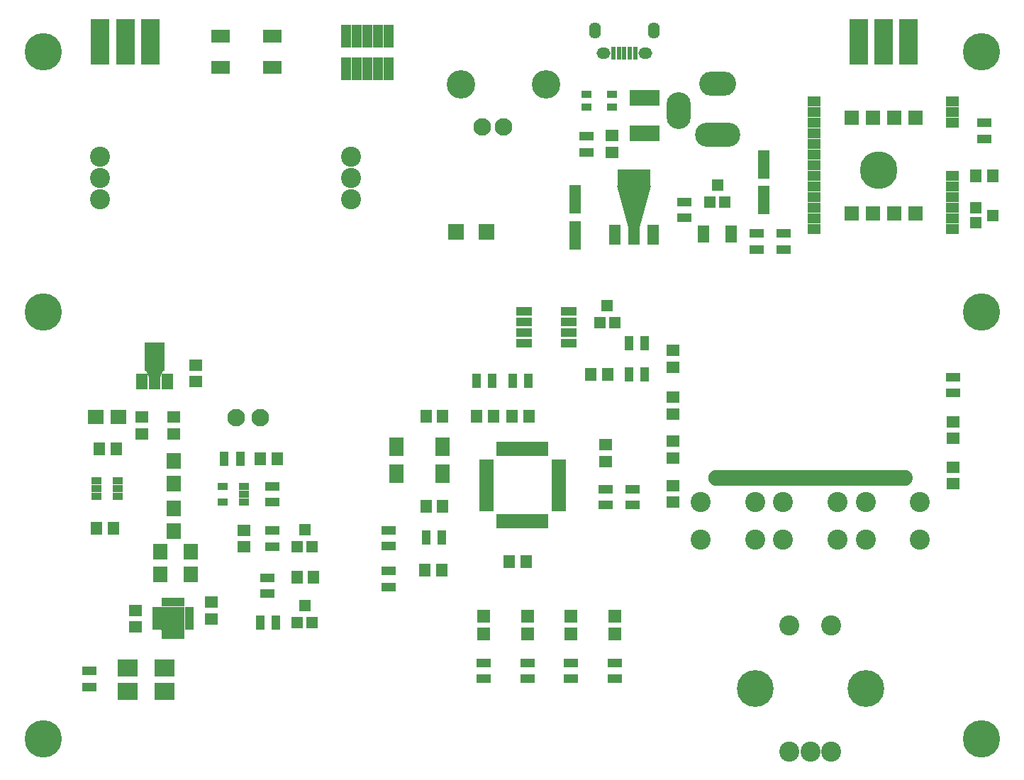
<source format=gts>
G04 #@! TF.FileFunction,Soldermask,Top*
%FSLAX46Y46*%
G04 Gerber Fmt 4.6, Leading zero omitted, Abs format (unit mm)*
G04 Created by KiCad (PCBNEW 0.201512080931+6353~38~ubuntu14.04.1-stable) date Mon 28 Dec 2015 07:06:20 PM PST*
%MOMM*%
G01*
G04 APERTURE LIST*
%ADD10C,0.100000*%
%ADD11C,4.464000*%
%ADD12R,1.650000X1.400000*%
%ADD13R,1.400000X1.650000*%
%ADD14R,1.400000X3.400000*%
%ADD15R,1.400000X2.000000*%
%ADD16R,1.160000X2.800000*%
%ADD17R,2.200000X5.480000*%
%ADD18C,0.700000*%
%ADD19O,4.400000X2.900000*%
%ADD20O,5.400000X2.900000*%
%ADD21O,2.900000X4.400000*%
%ADD22R,1.100000X1.700000*%
%ADD23C,2.400000*%
%ADD24R,1.901140X1.901140*%
%ADD25R,1.314400X1.314400*%
%ADD26R,1.400760X1.901140*%
%ADD27R,2.398980X3.399740*%
%ADD28R,1.700000X1.100000*%
%ADD29C,4.400000*%
%ADD30R,2.200000X1.500000*%
%ADD31R,1.950000X1.000000*%
%ADD32R,1.600000X1.300000*%
%ADD33R,1.670000X1.670000*%
%ADD34C,4.500000*%
%ADD35R,4.000000X2.400000*%
%ADD36R,1.400000X2.400000*%
%ADD37R,2.400000X2.100000*%
%ADD38R,1.162000X0.908000*%
%ADD39R,1.300000X0.900000*%
%ADD40R,1.700000X2.300000*%
%ADD41C,3.399740*%
%ADD42C,2.100000*%
%ADD43R,1.700000X0.650000*%
%ADD44R,0.650000X1.700000*%
%ADD45R,1.600000X1.600000*%
%ADD46R,3.600000X1.900000*%
%ADD47O,24.400000X1.900000*%
%ADD48R,0.600000X1.550000*%
%ADD49O,1.650000X1.350000*%
%ADD50O,1.400000X1.950000*%
%ADD51R,1.700000X1.900000*%
%ADD52R,1.900000X1.700000*%
%ADD53R,0.700000X1.130000*%
%ADD54R,1.130000X0.700000*%
%ADD55R,1.650000X1.650000*%
%ADD56C,1.200000*%
G04 APERTURE END LIST*
D10*
D11*
X84000000Y-85000000D03*
X196000000Y-85000000D03*
X84000000Y-136000000D03*
X196000000Y-136000000D03*
X196000000Y-54000000D03*
X84000000Y-54000000D03*
D12*
X151950000Y-65950000D03*
X151950000Y-63950000D03*
D13*
X131600000Y-115850000D03*
X129600000Y-115850000D03*
X129700000Y-97500000D03*
X131700000Y-97500000D03*
X129700000Y-108200000D03*
X131700000Y-108200000D03*
X137750000Y-97500000D03*
X135750000Y-97500000D03*
X140000000Y-97500000D03*
X142000000Y-97500000D03*
X139650000Y-114800000D03*
X141650000Y-114800000D03*
D12*
X151200000Y-102900000D03*
X151200000Y-100900000D03*
X159200000Y-97200000D03*
X159200000Y-95200000D03*
X159200000Y-91650000D03*
X159200000Y-89650000D03*
X159200000Y-100450000D03*
X159200000Y-102450000D03*
D13*
X197350000Y-68800000D03*
X195350000Y-68800000D03*
D12*
X159200000Y-105750000D03*
X159200000Y-107750000D03*
X192650000Y-103550000D03*
X192650000Y-105550000D03*
X192650000Y-98150000D03*
X192650000Y-100150000D03*
D13*
X149400000Y-92450000D03*
X151400000Y-92450000D03*
D14*
X170050000Y-71700000D03*
X170050000Y-67400000D03*
X147500000Y-75900000D03*
X147500000Y-71600000D03*
D12*
X95000000Y-122650000D03*
X95000000Y-120650000D03*
X104050000Y-119700000D03*
X104050000Y-121700000D03*
D13*
X116300000Y-116700000D03*
X114300000Y-116700000D03*
D12*
X107950000Y-111100000D03*
X107950000Y-113100000D03*
X95800000Y-97600000D03*
X95800000Y-99600000D03*
D13*
X109950000Y-102600000D03*
X111950000Y-102600000D03*
X90700000Y-101400000D03*
X92700000Y-101400000D03*
D12*
X99600000Y-97600000D03*
X99600000Y-99600000D03*
D13*
X90400000Y-110900000D03*
X92400000Y-110900000D03*
D12*
X102250000Y-91350000D03*
X102250000Y-93350000D03*
D15*
X162850000Y-75750000D03*
X166150000Y-75750000D03*
D16*
X120140000Y-56000000D03*
X120140000Y-52100000D03*
X121410000Y-56000000D03*
X121410000Y-52100000D03*
X122680000Y-56000000D03*
X122680000Y-52100000D03*
X123950000Y-56000000D03*
X123950000Y-52100000D03*
X125220000Y-56000000D03*
X125220000Y-52100000D03*
D17*
X184350000Y-52750000D03*
X187350000Y-52750000D03*
D18*
X181350000Y-50710000D03*
X181350000Y-54710000D03*
X181850000Y-53710000D03*
X180850000Y-53710000D03*
X181350000Y-52710000D03*
X181850000Y-51710000D03*
X180850000Y-51710000D03*
X187350000Y-50710000D03*
X187350000Y-54710000D03*
X187850000Y-53710000D03*
X186850000Y-53710000D03*
X187350000Y-52710000D03*
X187850000Y-51710000D03*
X186850000Y-51710000D03*
D17*
X181350000Y-52750000D03*
D19*
X164500000Y-57800000D03*
D20*
X164500000Y-63900000D03*
D21*
X159900000Y-61000000D03*
D17*
X93800000Y-52740000D03*
X96800000Y-52740000D03*
D18*
X90800000Y-50700000D03*
X90800000Y-54700000D03*
X91300000Y-53700000D03*
X90300000Y-53700000D03*
X90800000Y-52700000D03*
X91300000Y-51700000D03*
X90300000Y-51700000D03*
X96800000Y-50700000D03*
X96800000Y-54700000D03*
X97300000Y-53700000D03*
X96300000Y-53700000D03*
X96800000Y-52700000D03*
X97300000Y-51700000D03*
X96300000Y-51700000D03*
D17*
X90800000Y-52740000D03*
D22*
X129700000Y-112000000D03*
X131600000Y-112000000D03*
D23*
X90800000Y-69050000D03*
X120800000Y-69050000D03*
X90800000Y-66510000D03*
X90800000Y-71590000D03*
X120800000Y-66510000D03*
X120800000Y-71590000D03*
D24*
X133300000Y-75450000D03*
X136900000Y-75450000D03*
D25*
X152239000Y-86266000D03*
X150461000Y-86266000D03*
X151350000Y-84234000D03*
X165389000Y-71916000D03*
X163611000Y-71916000D03*
X164500000Y-69884000D03*
X116150000Y-122100000D03*
X114372000Y-122100000D03*
X115261000Y-120068000D03*
X116139000Y-113100000D03*
X114361000Y-113100000D03*
X115250000Y-111068000D03*
D26*
X95798860Y-93351480D03*
X97300000Y-93351480D03*
X98801140Y-93351480D03*
D27*
X97300000Y-90400000D03*
D10*
G36*
X98500760Y-91674470D02*
X98000380Y-92823770D01*
X96599620Y-92823770D01*
X96099240Y-91674470D01*
X98500760Y-91674470D01*
X98500760Y-91674470D01*
G37*
D28*
X136600000Y-126950000D03*
X136600000Y-128850000D03*
X141850000Y-126950000D03*
X141850000Y-128850000D03*
X148850000Y-65950000D03*
X148850000Y-64050000D03*
X147050000Y-128850000D03*
X147050000Y-126950000D03*
X125250000Y-111100000D03*
X125250000Y-113000000D03*
X125250000Y-115950000D03*
X125250000Y-117850000D03*
D22*
X137650000Y-93250000D03*
X135750000Y-93250000D03*
X141950000Y-93250000D03*
X140050000Y-93250000D03*
D28*
X151200000Y-106200000D03*
X151200000Y-108100000D03*
X154350000Y-106200000D03*
X154350000Y-108100000D03*
X196350000Y-64350000D03*
X196350000Y-62450000D03*
X192650000Y-92800000D03*
X192650000Y-94700000D03*
X172450000Y-77550000D03*
X172450000Y-75650000D03*
X169200000Y-77550000D03*
X169200000Y-75650000D03*
D22*
X155850000Y-88800000D03*
X153950000Y-88800000D03*
X153950000Y-92450000D03*
X155850000Y-92450000D03*
D28*
X160550000Y-71900000D03*
X160550000Y-73800000D03*
X152250000Y-126950000D03*
X152250000Y-128850000D03*
X89550000Y-127900000D03*
X89550000Y-129800000D03*
D22*
X111800000Y-122100000D03*
X109900000Y-122100000D03*
D28*
X110750000Y-116750000D03*
X110750000Y-118650000D03*
X111350000Y-111150000D03*
X111350000Y-113050000D03*
X111350000Y-105850000D03*
X111350000Y-107750000D03*
D22*
X105650000Y-102600000D03*
X107550000Y-102600000D03*
D23*
X173100000Y-137500000D03*
X175600000Y-137500000D03*
X178100000Y-137500000D03*
X178100000Y-122500000D03*
X173100000Y-122500000D03*
D29*
X182200000Y-130000000D03*
X169000000Y-130000000D03*
D30*
X105150000Y-52100000D03*
X111350000Y-52100000D03*
X105150000Y-55800000D03*
X111350000Y-55800000D03*
D31*
X141400000Y-84995000D03*
X141400000Y-86265000D03*
X141400000Y-87535000D03*
X141400000Y-88805000D03*
X146800000Y-88805000D03*
X146800000Y-87535000D03*
X146800000Y-86265000D03*
X146800000Y-84995000D03*
D25*
X195334000Y-74389000D03*
X195334000Y-72611000D03*
X197366000Y-73500000D03*
D32*
X192595000Y-75135000D03*
X192595000Y-73865000D03*
X192595000Y-72595000D03*
X192595000Y-71325000D03*
X192595000Y-70055000D03*
X192595000Y-68785000D03*
X192595000Y-62435000D03*
X192595000Y-61165000D03*
X192595000Y-59895000D03*
X176085000Y-59895000D03*
X176085000Y-61165000D03*
X176085000Y-62435000D03*
X176085000Y-63705000D03*
X176085000Y-64975000D03*
X176085000Y-66245000D03*
X176085000Y-67515000D03*
X176085000Y-68785000D03*
X176085000Y-70055000D03*
X176085000Y-71325000D03*
X176085000Y-72595000D03*
X176085000Y-73865000D03*
X176085000Y-75135000D03*
D33*
X188150000Y-73230000D03*
X185610000Y-73230000D03*
X183070000Y-73230000D03*
X180530000Y-73230000D03*
X180530000Y-61800000D03*
X183070000Y-61800000D03*
X185610000Y-61800000D03*
X188150000Y-61800000D03*
D34*
X183735000Y-68145000D03*
D35*
X154550000Y-69200000D03*
D36*
X154550000Y-75800000D03*
X156850000Y-75800000D03*
X152250000Y-75800000D03*
D10*
G36*
X153850000Y-75000000D02*
X152550000Y-70000000D01*
X156550000Y-70000000D01*
X155250000Y-75000000D01*
X153850000Y-75000000D01*
X153850000Y-75000000D01*
G37*
D37*
X94100000Y-130300000D03*
X98500000Y-130300000D03*
X98500000Y-127500000D03*
X94100000Y-127500000D03*
D38*
X107950000Y-107755000D03*
X107950000Y-105850000D03*
X105410000Y-107755000D03*
X107950000Y-106802500D03*
X105410000Y-105850000D03*
D39*
X148850000Y-59050000D03*
X148850000Y-60550000D03*
X151950000Y-59050000D03*
X151950000Y-60550000D03*
D40*
X131700000Y-101150000D03*
X126200000Y-101150000D03*
X126200000Y-104350000D03*
X131700000Y-104350000D03*
D23*
X188700000Y-112250000D03*
X182200000Y-112250000D03*
X188700000Y-107750000D03*
X182200000Y-107750000D03*
X178850000Y-112250000D03*
X172350000Y-112250000D03*
X178850000Y-107750000D03*
X172350000Y-107750000D03*
X169000000Y-112250000D03*
X162500000Y-112250000D03*
X169000000Y-107750000D03*
X162500000Y-107750000D03*
D41*
X133890000Y-57868920D03*
X144050000Y-57868920D03*
D42*
X138970000Y-62948920D03*
X136430000Y-62948920D03*
D43*
X136900000Y-102950000D03*
X136900000Y-103450000D03*
X136900000Y-103950000D03*
X136900000Y-104450000D03*
X136900000Y-104950000D03*
X136900000Y-105450000D03*
X136900000Y-105950000D03*
X136900000Y-106450000D03*
X136900000Y-106950000D03*
X136900000Y-107450000D03*
X136900000Y-107950000D03*
X136900000Y-108450000D03*
D44*
X138500000Y-110050000D03*
X139000000Y-110050000D03*
X139500000Y-110050000D03*
X140000000Y-110050000D03*
X140500000Y-110050000D03*
X141000000Y-110050000D03*
X141500000Y-110050000D03*
X142000000Y-110050000D03*
X142500000Y-110050000D03*
X143000000Y-110050000D03*
X143500000Y-110050000D03*
X144000000Y-110050000D03*
D43*
X145600000Y-108450000D03*
X145600000Y-107950000D03*
X145600000Y-107450000D03*
X145600000Y-106950000D03*
X145600000Y-106450000D03*
X145600000Y-105950000D03*
X145600000Y-105450000D03*
X145600000Y-104950000D03*
X145600000Y-104450000D03*
X145600000Y-103950000D03*
X145600000Y-103450000D03*
X145600000Y-102950000D03*
D44*
X144000000Y-101350000D03*
X143500000Y-101350000D03*
X143000000Y-101350000D03*
X142500000Y-101350000D03*
X142000000Y-101350000D03*
X141500000Y-101350000D03*
X141000000Y-101350000D03*
X140500000Y-101350000D03*
X140000000Y-101350000D03*
X139500000Y-101350000D03*
X139000000Y-101350000D03*
X138500000Y-101350000D03*
D45*
X152249998Y-121350000D03*
X152249998Y-123450000D03*
X147033332Y-121350000D03*
X147033332Y-123450000D03*
X141816666Y-121350000D03*
X141816666Y-123450000D03*
X136600000Y-121350000D03*
X136600000Y-123450000D03*
D46*
X155800000Y-59500000D03*
X155800000Y-63700000D03*
D47*
X175600000Y-104810000D03*
D42*
X107050000Y-97650000D03*
X109950000Y-97650000D03*
D48*
X154700000Y-54150000D03*
X154050000Y-54150000D03*
X153400000Y-54150000D03*
X152750000Y-54150000D03*
X152100000Y-54150000D03*
D49*
X150900000Y-54150000D03*
X155900000Y-54150000D03*
D50*
X149900000Y-51450000D03*
X156900000Y-51450000D03*
D51*
X101600000Y-113650000D03*
X101600000Y-116350000D03*
X97950000Y-113650000D03*
X97950000Y-116350000D03*
X99600000Y-108500000D03*
X99600000Y-111200000D03*
D52*
X93000000Y-97600000D03*
X90300000Y-97600000D03*
D51*
X99600000Y-102850000D03*
X99600000Y-105550000D03*
D53*
X98500000Y-123600000D03*
X99000000Y-123600000D03*
X99500000Y-123600000D03*
X100000000Y-123600000D03*
X100500000Y-123600000D03*
D54*
X101465000Y-122635000D03*
X101465000Y-122135000D03*
X101465000Y-121635000D03*
X101465000Y-121135000D03*
X101465000Y-120635000D03*
D53*
X100500000Y-119670000D03*
X100000000Y-119670000D03*
X99500000Y-119670000D03*
X99000000Y-119670000D03*
X98500000Y-119670000D03*
D54*
X97535000Y-120635000D03*
X97535000Y-121135000D03*
X97535000Y-121635000D03*
X97535000Y-122135000D03*
X97535000Y-122635000D03*
D55*
X100125000Y-121010000D03*
X98875000Y-121010000D03*
X100125000Y-122260000D03*
X98875000Y-122260000D03*
D56*
X98900000Y-121035000D03*
X98900000Y-122235000D03*
X100100000Y-122235000D03*
X100100000Y-121035000D03*
D38*
X90410000Y-105150000D03*
X90410000Y-107055000D03*
X92950000Y-106102500D03*
X90410000Y-106102500D03*
X92950000Y-107055000D03*
X92950000Y-105150000D03*
M02*

</source>
